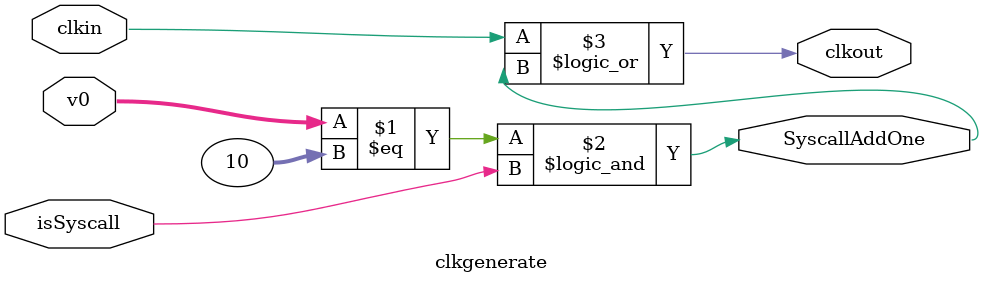
<source format=v>
`timescale 1ns / 1ps


module clkgenerate(v0, isSyscall, clkin, SyscallAddOne, clkout);
input isSyscall, clkin;
input [31:0] v0;
output SyscallAddOne, clkout;

assign SyscallAddOne = (v0==10 && isSyscall);
assign clkout = (clkin || SyscallAddOne);

endmodule

</source>
